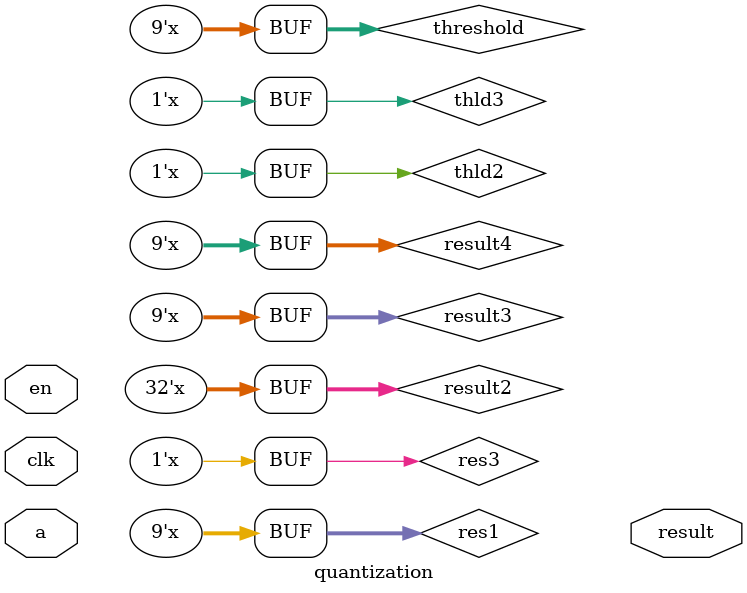
<source format=v>
`timescale 1ns / 1ps

module quantization
#(
	parameter s0 = 4'b0000, s1 = 4'b0001, s2 = 4'b0010, s3 = 4'b0011, s4 = 4'b0100,
    parameter s5 = 4'b0101, s6 = 4'b0110, s7 = 4'b0111, s8 = 4'b1000, s9 = 4'b1001,
    parameter s10 = 4'b1010, s11 = 4'b1011, s12 = 4'b1100, s13 = 4'b1101, s14 = 4'b1110,
	
	q = 64'd2014687024, //q = 31'b1111000000101011010111100110000
	mask = 8'd255,
	zero = 1'd0,
	one = 1'd1
)
( input clk,
  input en,
  input [64:0] a,
  output reg [3:0] result
);
    
    reg flag = 1;
    reg [3:0] present_state, next_state;
    wire clk_1s;
    
    reg [64:0] result1;
    reg [31:0] result2;
    reg [8:0]  result3;
    reg [8:0]  result4;
    reg [31:0] remainder;
    reg [8:0] thld1;
    reg thld2;
    reg thld3; 
    reg [8:0] threshold;
    reg [8:0] res1;
    reg [8:0] res2;
    reg res3;
    reg [8:0] res4;  
    
    
//    clock_divider clock_1s(

//        .clk(clk),
//        .divided_clk(clk_1s)
//    );
    always @(posedge clk) //Present estate 
    begin
        if(en && flag == 1)
        //if(en)
        begin
            present_state <= s0;
            flag = 0;    
        end
        else
        begin
            present_state <= next_state;
        end
        if(en == 0)
        //if(en)
        begin
            flag = 1;    
        end    
    end    

    always @(*)
    begin
        case(present_state)
            s0:
                next_state <= s1;
            s1:
                next_state <= s2;
            s2:
                next_state <= s3;
            s3:
                next_state <= s4;
            s4:
                next_state <= s5;
            s5:
                next_state <= s6;
            s6:
                next_state <= s7;
            s7:
                next_state <= s8;  
            s8:
                next_state <= s9;
            s9:
                next_state <= s10;
            s10:
                next_state <= s11;                                                                                         
        endcase                
    end
    //===================    
    // Output logic
    //===================     
    always @ (*) begin
      case (present_state)
        s0:
          result1 <= a*q;
        s1:
          result2 <= result1 >>> 31;
        s2:
          remainder <= result2 & mask;
        s3:
          result3 <= result2 >>> 8;          
        s4:
          thld1 <= mask >>> 1;//ShiftRight(mask, 1)            
        s5:
          thld2 <= ($signed(result3) < $signed(zero)); //MaskIfLessThan(x, zero)
        s6:
          thld3 <= thld2 & 1; //BitAnd(MaskIfLessThan(x, zero), one))
        s7:
          threshold <= thld1 + thld2; //Add(ShiftRight(mask, 1), BitAnd(MaskIfLessThan(x, zero), one));
        s8:
          res1 <= result2 >>> 8; //ShiftRight(x, exponent)
        s9:
          if($signed(remainder) > $signed(threshold))
          begin
            res2 <= -1'd1;
          end
          else begin
            res2 <= -1'd0;
          end   
          //res2 <= ($signed(remainder) > $signed(threshold)); //MaskIfGreaterThan(remainder, threshold)
        s10:
          res3 <= res2 & one; //BitAnd( MaskIfGreaterThan(remainder, threshold), one ) 
        s11:
          result4 <= res1 + res3; //Add( ShiftRight(x, exponent),BitAnd( MaskIfGreaterThan(remainder, threshold), one ) );                   
      endcase 
    end 







endmodule
</source>
